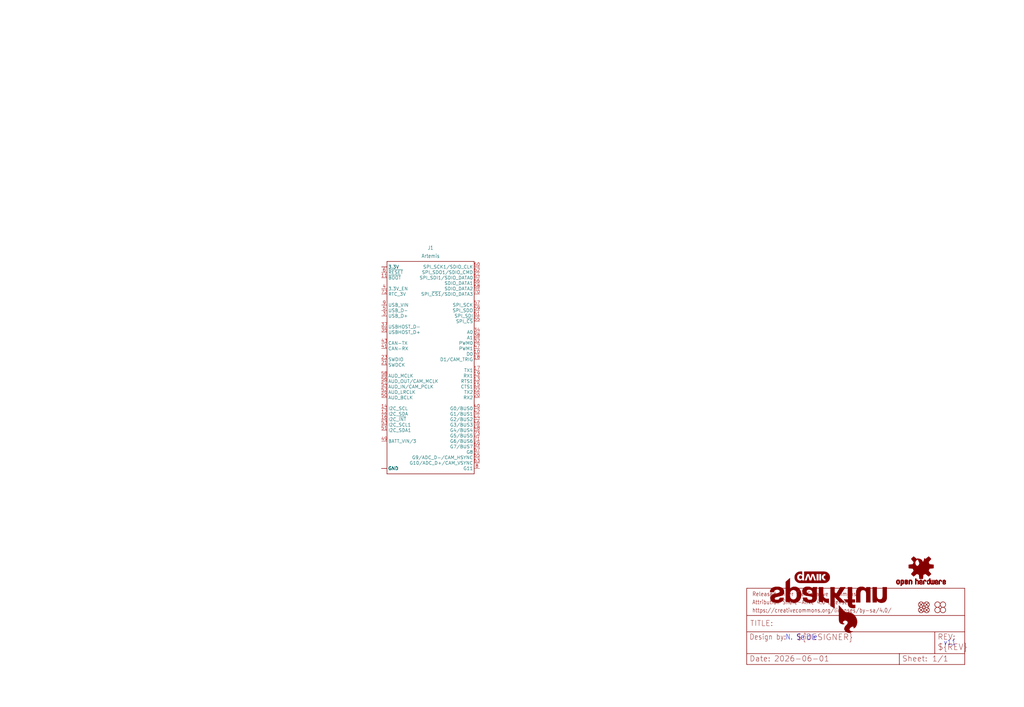
<source format=kicad_sch>
(kicad_sch (version 20250114) (generator "eeschema") (generator_version "9.0")
  (paper "User" 477.19 329.794)
  (lib_symbols
    (symbol "Artemis:Artemis"
      (property "Reference" "J1" (at 0 59.69 0))
      (property "Value" "Artemis" (at 0 55.88 0))
      (symbol "Artemis_1_0"
        (pin bidirectional line (at -22.86 50.8 0) (length 2.54) (name "3.3V") (number "2"))
        (pin bidirectional line (at -22.86 50.8 0) (length 2.54) (name "3.3V") (number "74"))
        (pin bidirectional line (at -22.86 48.26 0) (length 2.54) (name "~{RESET}") (number "6"))
        (pin bidirectional line (at -22.86 45.72 0) (length 2.54) (name "~{BOOT}") (number "11"))
        (pin bidirectional line (at -22.86 40.64 0) (length 2.54) (name "3.3V_EN") (number "4"))
        (pin bidirectional line (at -22.86 38.1 0) (length 2.54) (name "RTC_3V") (number "72"))
        (pin bidirectional line (at -22.86 33.02 0) (length 2.54) (name "USB_VIN") (number "9"))
        (pin bidirectional line (at -22.86 30.48 0) (length 2.54) (name "USB_D-") (number "5"))
        (pin bidirectional line (at -22.86 27.94 0) (length 2.54) (name "USB_D+") (number "3"))
        (pin bidirectional line (at -22.86 22.86 0) (length 2.54) (name "USBHOST_D-") (number "37"))
        (pin bidirectional line (at -22.86 20.32 0) (length 2.54) (name "USBHOST_D+") (number "35"))
        (pin bidirectional line (at -22.86 15.24 0) (length 2.54) (name "CAN-TX") (number "43"))
        (pin bidirectional line (at -22.86 12.7 0) (length 2.54) (name "CAN-RX") (number "41"))
        (pin bidirectional line (at -22.86 7.62 0) (length 2.54) (name "SWDIO") (number "23"))
        (pin bidirectional line (at -22.86 5.08 0) (length 2.54) (name "SWDCK") (number "21"))
        (pin bidirectional line (at -22.86 0 0) (length 2.54) (name "AUD_MCLK") (number "58"))
        (pin bidirectional line (at -22.86 -2.54 0) (length 2.54) (name "AUD_OUT/CAM_MCLK") (number "56"))
        (pin bidirectional line (at -22.86 -5.08 0) (length 2.54) (name "AUD_IN/CAM_PCLK") (number "54"))
        (pin bidirectional line (at -22.86 -7.62 0) (length 2.54) (name "AUD_LRCLK") (number "52"))
        (pin bidirectional line (at -22.86 -10.16 0) (length 2.54) (name "AUD_BCLK") (number "50"))
        (pin bidirectional line (at -22.86 -15.24 0) (length 2.54) (name "I2C_SCL") (number "14"))
        (pin bidirectional line (at -22.86 -17.78 0) (length 2.54) (name "I2C_SDA") (number "12"))
        (pin bidirectional line (at -22.86 -20.32 0) (length 2.54) (name "I2C_~{INT}") (number "16"))
        (pin bidirectional line (at -22.86 -22.86 0) (length 2.54) (name "I2C_SCL1") (number "53"))
        (pin bidirectional line (at -22.86 -25.4 0) (length 2.54) (name "I2C_SDA1") (number "51"))
        (pin bidirectional line (at -22.86 -30.48 0) (length 2.54) (name "BATT_VIN/3") (number "49"))
        (pin bidirectional line (at -22.86 -43.18 0) (length 2.54) (name "GND") (number "1"))
        (pin bidirectional line (at -22.86 -43.18 0) (length 2.54) (name "GND") (number "33"))
        (pin bidirectional line (at -22.86 -43.18 0) (length 2.54) (name "GND") (number "36"))
        (pin bidirectional line (at -22.86 -43.18 0) (length 2.54) (name "GND") (number "39"))
        (pin bidirectional line (at -22.86 -43.18 0) (length 2.54) (name "GND") (number "45"))
        (pin bidirectional line (at -22.86 -43.18 0) (length 2.54) (name "GND") (number "7"))
        (pin bidirectional line (at -22.86 -43.18 0) (length 2.54) (name "GND") (number "75"))
        (pin bidirectional line (at 22.86 50.8 180) (length 2.54) (name "SPI_SCK1/SDIO_CLK") (number "60"))
        (pin bidirectional line (at 22.86 48.26 180) (length 2.54) (name "SPI_SDO1/SDIO_CMD") (number "62"))
        (pin bidirectional line (at 22.86 45.72 180) (length 2.54) (name "SPI_SDI1/SDIO_DATA0") (number "64"))
        (pin bidirectional line (at 22.86 43.18 180) (length 2.54) (name "SDIO_DATA1") (number "66"))
        (pin bidirectional line (at 22.86 40.64 180) (length 2.54) (name "SDIO_DATA2") (number "68"))
        (pin bidirectional line (at 22.86 38.1 180) (length 2.54) (name "SPI_~{CS1}/SDIO_DATA3") (number "70"))
        (pin bidirectional line (at 22.86 33.02 180) (length 2.54) (name "SPI_SCK") (number "57"))
        (pin bidirectional line (at 22.86 30.48 180) (length 2.54) (name "SPI_SDO") (number "59"))
        (pin bidirectional line (at 22.86 27.94 180) (length 2.54) (name "SPI_SDI") (number "61"))
        (pin bidirectional line (at 22.86 25.4 180) (length 2.54) (name "SPI_~{CS}") (number "55"))
        (pin bidirectional line (at 22.86 20.32 180) (length 2.54) (name "A0") (number "34"))
        (pin bidirectional line (at 22.86 17.78 180) (length 2.54) (name "A1") (number "38"))
        (pin bidirectional line (at 22.86 15.24 180) (length 2.54) (name "PWM0") (number "32"))
        (pin bidirectional line (at 22.86 12.7 180) (length 2.54) (name "PWM1") (number "47"))
        (pin bidirectional line (at 22.86 10.16 180) (length 2.54) (name "D0") (number "10"))
        (pin bidirectional line (at 22.86 7.62 180) (length 2.54) (name "D1/CAM_TRIG") (number "18"))
        (pin bidirectional line (at 22.86 2.54 180) (length 2.54) (name "TX1") (number "17"))
        (pin bidirectional line (at 22.86 0 180) (length 2.54) (name "RX1") (number "19"))
        (pin bidirectional line (at 22.86 -2.54 180) (length 2.54) (name "RTS1") (number "13"))
        (pin bidirectional line (at 22.86 -5.08 180) (length 2.54) (name "CTS1") (number "15"))
        (pin bidirectional line (at 22.86 -7.62 180) (length 2.54) (name "TX2") (number "22"))
        (pin bidirectional line (at 22.86 -10.16 180) (length 2.54) (name "RX2") (number "20"))
        (pin bidirectional line (at 22.86 -15.24 180) (length 2.54) (name "G0/BUS0") (number "40"))
        (pin bidirectional line (at 22.86 -17.78 180) (length 2.54) (name "G1/BUS1") (number "42"))
        (pin bidirectional line (at 22.86 -20.32 180) (length 2.54) (name "G2/BUS2") (number "44"))
        (pin bidirectional line (at 22.86 -22.86 180) (length 2.54) (name "G3/BUS3") (number "46"))
        (pin bidirectional line (at 22.86 -25.4 180) (length 2.54) (name "G4/BUS4") (number "48"))
        (pin bidirectional line (at 22.86 -27.94 180) (length 2.54) (name "G5/BUS5") (number "73"))
        (pin bidirectional line (at 22.86 -30.48 180) (length 2.54) (name "G6/BUS6") (number "71"))
        (pin bidirectional line (at 22.86 -33.02 180) (length 2.54) (name "G7/BUS7") (number "69"))
        (pin bidirectional line (at 22.86 -35.56 180) (length 2.54) (name "G8") (number "67"))
        (pin bidirectional line (at 22.86 -38.1 180) (length 2.54) (name "G9/ADC_D-/CAM_HSYNC") (number "65"))
        (pin bidirectional line (at 22.86 -40.64 180) (length 2.54) (name "G10/ADC_D+/CAM_VSYNC") (number "63"))
        (pin bidirectional line (at 22.86 -43.18 180) (length 2.54) (name "G11") (number "8"))
      )
    )
    (symbol "MicroMod-Datalogging-CarrierBoard-eagle-import:FIDUCIALUFIDUCIAL")
    (symbol "MicroMod-Datalogging-CarrierBoard-eagle-import:FRAME-LEDGER"
      (symbol "FRAME-LEDGER_2_0"
        (text "Design by:" (at 1.27 11.43 0) (effects (font (size 2.54 2.159)) (justify left bottom)))
        (text "Date:" (at 1.27 1.27 0) (effects (font (size 2.54 2.54)) (justify left bottom)))
        (text "TITLE:" (at 1.524 17.78 0) (effects (font (size 2.54 2.54)) (justify left bottom)))
        (text "Released under the Creative Commons" (at 2.54 31.75 0) (effects (font (size 1.9304 1.6408)) (justify left bottom)))
        (text "Attribution Share-Alike 4.0 License" (at 2.54 27.94 0) (effects (font (size 1.9304 1.6408)) (justify left bottom)))
        (text "https://creativecommons.org/licenses/by-sa/4.0/" (at 2.54 24.13 0) (effects (font (size 1.9304 1.6408)) (justify left bottom)))
        (text "${CURRENT_DATE}" (at 12.7 1.27 0) (effects (font (size 2.54 2.54)) (justify left bottom)))
        (text "${PROJECTNAME}" (at 15.494 17.78 0) (effects (font (size 2.7432 2.7432)) (justify left bottom)))
        (text "${DESIGNER}" (at 23.114 11.176 0) (effects (font (size 2.7432 2.7432)) (justify left bottom)))
        (text "Sheet:" (at 72.39 1.27 0) (effects (font (size 2.54 2.54)) (justify left bottom)))
        (text "${#}/${##}" (at 86.36 1.27 0) (effects (font (size 2.54 2.54)) (justify left bottom)))
        (text "REV:" (at 88.9 11.43 0) (effects (font (size 2.54 2.54)) (justify left bottom)))
        (text "${REV}" (at 88.9 6.604 0) (effects (font (size 2.7432 2.7432)) (justify left bottom)))
      )
    )
    (symbol "MicroMod-Datalogging-CarrierBoard-eagle-import:OSHW-LOGOMINI")
    (symbol "MicroMod-Datalogging-CarrierBoard-eagle-import:QWIIC_LOGO_CONNECTOR")
    (symbol "MicroMod-Datalogging-CarrierBoard-eagle-import:SFE_LOGO_NAME_FLAME.1_INCH")
    (symbol "MicroMod-Datalogging-CarrierBoard-eagle-import:STAND-OFF")
  )
  (text "N. Seidle" (at 366.014 298.704 0) (effects (font (size 2.54 2.159)) (justify left bottom)))
  (text "v11" (at 439.674 301.244 0) (effects (font (size 2.54 2.159)) (justify left bottom)))
  (symbol (lib_id "MicroMod-Datalogging-CarrierBoard-eagle-import:STAND-OFF") (at 436.88 284.48 0) (unit 1)
    (property "Reference" "H4" (effects (hide yes)))
    (property "Value" "STAND-OFF" (effects (hide yes)))
    (property "Footprint" "MicroMod-Datalogging-CarrierBoard:STAND-OFF" (effects (hide yes)))
  )
  (symbol (lib_id "MicroMod-Datalogging-CarrierBoard-eagle-import:FIDUCIALUFIDUCIAL") (at 429.26 281.94 0) (unit 1)
    (property "Reference" "FD1" (effects (hide yes)))
    (property "Value" "FIDUCIALUFIDUCIAL" (effects (hide yes)))
    (property "Footprint" "MicroMod-Datalogging-CarrierBoard:FIDUCIAL-MICRO" (effects (hide yes)))
  )
  (symbol (lib_id "MicroMod-Datalogging-CarrierBoard-eagle-import:STAND-OFF") (at 439.42 284.48 0) (unit 1)
    (property "Reference" "H3" (effects (hide yes)))
    (property "Value" "STAND-OFF" (effects (hide yes)))
    (property "Footprint" "MicroMod-Datalogging-CarrierBoard:STAND-OFF" (effects (hide yes)))
  )
  (symbol (lib_id "MicroMod-Datalogging-CarrierBoard-eagle-import:SFE_LOGO_NAME_FLAME.1_INCH") (at 358.14 269.24 0) (unit 1)
    (property "Reference" "LOGO1" (effects (hide yes)))
    (property "Value" "SFE_LOGO_NAME_FLAME.1_INCH" (effects (hide yes)))
    (property "Footprint" "MicroMod-Datalogging-CarrierBoard:SFE_LOGO_NAME_FLAME_.1" (effects (hide yes)))
  )
  (symbol (lib_id "MicroMod-Datalogging-CarrierBoard-eagle-import:FIDUCIALUFIDUCIAL") (at 431.8 281.94 0) (unit 1)
    (property "Reference" "FD2" (effects (hide yes)))
    (property "Value" "FIDUCIALUFIDUCIAL" (effects (hide yes)))
    (property "Footprint" "MicroMod-Datalogging-CarrierBoard:FIDUCIAL-MICRO" (effects (hide yes)))
  )
  (symbol (lib_id "MicroMod-Datalogging-CarrierBoard-eagle-import:STAND-OFF") (at 439.42 281.94 0) (unit 1)
    (property "Reference" "H2" (effects (hide yes)))
    (property "Value" "STAND-OFF" (effects (hide yes)))
    (property "Footprint" "MicroMod-Datalogging-CarrierBoard:STAND-OFF" (effects (hide yes)))
  )
  (symbol (lib_id "MicroMod-Datalogging-CarrierBoard-eagle-import:QWIIC_LOGO_CONNECTOR") (at 378.46 269.24 0) (unit 1)
    (property "Reference" "LOGO2" (effects (hide yes)))
    (property "Value" "QWIIC_LOGO_CONNECTOR" (effects (hide yes)))
    (property "Footprint" "MicroMod-Datalogging-CarrierBoard:QWIIC_5.5MM" (effects (hide yes)))
  )
  (symbol (lib_id "MicroMod-Datalogging-CarrierBoard-eagle-import:OSHW-LOGOMINI") (at 429.26 264.16 0) (unit 1)
    (property "Reference" "LOGO3" (effects (hide yes)))
    (property "Value" "OSHW-LOGOMINI" (effects (hide yes)))
    (property "Footprint" "MicroMod-Datalogging-CarrierBoard:OSHW-LOGO-MINI" (effects (hide yes)))
  )
  (symbol (lib_id "MicroMod-Datalogging-CarrierBoard-eagle-import:FIDUCIALUFIDUCIAL") (at 429.26 284.48 0) (unit 1)
    (property "Reference" "FD4" (effects (hide yes)))
    (property "Value" "FIDUCIALUFIDUCIAL" (effects (hide yes)))
    (property "Footprint" "MicroMod-Datalogging-CarrierBoard:FIDUCIAL-MICRO" (effects (hide yes)))
  )
  (symbol (lib_id "MicroMod-Datalogging-CarrierBoard-eagle-import:FIDUCIALUFIDUCIAL") (at 431.8 284.48 0) (unit 1)
    (property "Reference" "FD3" (effects (hide yes)))
    (property "Value" "FIDUCIALUFIDUCIAL" (effects (hide yes)))
    (property "Footprint" "MicroMod-Datalogging-CarrierBoard:FIDUCIAL-MICRO" (effects (hide yes)))
  )
  (symbol (lib_id "MicroMod-Datalogging-CarrierBoard-eagle-import:STAND-OFF") (at 436.88 281.94 0) (unit 1)
    (property "Reference" "H1" (effects (hide yes)))
    (property "Value" "STAND-OFF" (effects (hide yes)))
    (property "Footprint" "MicroMod-Datalogging-CarrierBoard:STAND-OFF" (effects (hide yes)))
  )
  (symbol (lib_id "Artemis:Artemis") (at 200.66 175.26 0) (unit 1)
    (property "Reference" "J1" (at 200.66 115.57 0) (effects (font (size 1.778 1.5113))))
    (property "Value" "Artemis" (at 200.66 119.38 0) (effects (font (size 1.778 1.5113))))
    (property "Footprint" "Artemis:Artemis" (effects (hide yes)))
  )
  (symbol (lib_id "MicroMod-Datalogging-CarrierBoard-eagle-import:FRAME-LEDGER") (at 347.98 309.88 0) (unit 2)
    (property "Reference" "FRAME1" (effects (hide yes)))
    (property "Value" "FRAME-LEDGER" (effects (hide yes)))
    (property "Footprint" "MicroMod-Datalogging-CarrierBoard:CREATIVE_COMMONS" (effects (hide yes)))
  )
)
</source>
